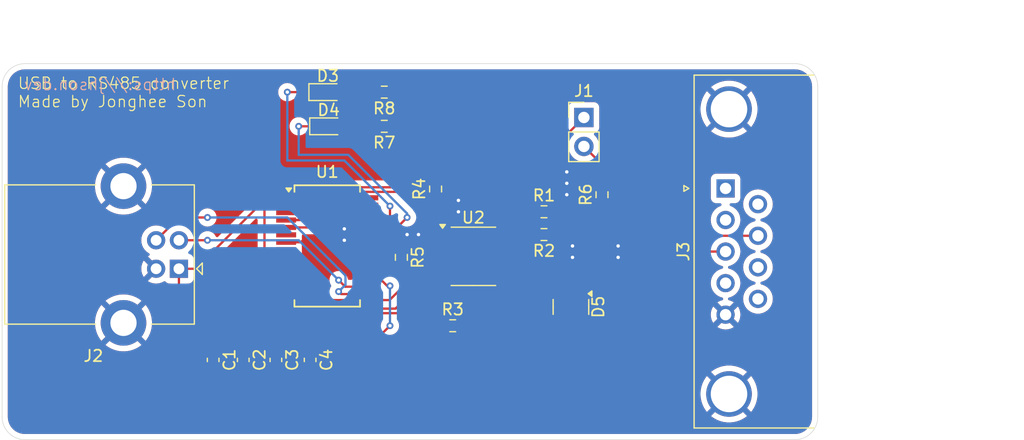
<source format=kicad_pcb>
(kicad_pcb (version 20240108) (generator "pcbnew") (generator_version "8.0")
  (title_block (title "USB to RS485 converter") (date "2024-03-13") (rev "1.0"))
  (layers (0 "F.Cu" signal) (1 "In1.Cu" signal) (2 "In2.Cu" signal) (31 "B.Cu" signal) (34 "B.Paste" user) (35 "F.Paste" user) (36 "B.SilkS" user "B.Silkscreen") (37 "F.SilkS" user "F.Silkscreen") (38 "B.Mask" user) (39 "F.Mask" user) (44 "Edge.Cuts" user))
  (net 0 "")
  (net 1 "/VCC")
  (net 2 "/GND")
  (net 3 "Net-(U1-3V3OUT)")
  (net 4 "Net-(D3-A)")
  (net 5 "{slash}TXLED")
  (net 6 "Net-(D4-A)")
  (net 7 "{slash}RXLED")
  (net 8 "Net-(J1-Pin_2)")
  (net 9 "Net-(J2-D+)")
  (net 10 "Net-(J2-D-)")
  (net 27 "Net-(D5-A2)")
  (net 28 "Net-(D5-A1)")
  (net 29 "Net-(U2-B)")
  (net 30 "Net-(U2-A)")
  (net 31 "Net-(U1-TXD)")
  (net 32 "Net-(U1-RXD)")
  (net 33 "Net-(U1-CBUS3)")
  (net 34 "Net-(U1-CBUS2)")
  (footprint "Package_TO_SOT_SMD:SOT-23" (layer "F.Cu") (at 158.55 105.4375 -90)
    (property "Reference" "D5" (at 0 -2.4 90) (layer "F.SilkS"))
    (property "Value" "SM712_SOT23")
    (fp_line (start 0 1.56) (end -0.65 1.56) (stroke (width 0.12)) (layer "F.SilkS"))
    (fp_line (start 0 1.56) (end 0.65 1.56) (stroke (width 0.12)) (layer "F.SilkS"))
    (fp_line (start 0 -1.56) (end -0.65 -1.56) (stroke (width 0.12)) (layer "F.SilkS"))
    (fp_line (start 0 -1.56) (end 0.65 -1.56) (stroke (width 0.12)) (layer "F.SilkS"))
    (fp_poly (pts (xy -1.1625 -1.51) (xy -1.4025 -1.84) (xy -0.9225 -1.84) (xy -1.1625 -1.51)) (stroke (width 0.12)) (fill solid) (layer "F.SilkS"))
    (pad "1" smd roundrect (at -0.9375 -0.95 270) (size 1.475 0.6) (layers "F.Cu" "F.Paste" "F.Mask") (net 28 "Net-(D5-A1)"))
    (pad "2" smd roundrect (at -0.9375 0.95 270) (size 1.475 0.6) (layers "F.Cu" "F.Paste" "F.Mask") (net 27 "Net-(D5-A2)"))
    (pad "3" smd roundrect (at 0.9375 0 270) (size 1.475 0.6) (layers "F.Cu" "F.Paste" "F.Mask") (net 2 "/GND"))
  )
  (footprint "Connector_USB:USB_B_Lumberg_2411_02_Horizontal" (layer "F.Cu") (at 124.1875 102.0875 180)
    (property "Reference" "J2" (at 7.5 -7.65 180) (layer "F.SilkS"))
    (property "Value" "USB_B")
    (fp_line (start 15.27 7.36) (end 15.27 -4.86) (stroke (width 0.12)) (layer "F.SilkS"))
    (fp_line (start 15.27 7.36) (end 7.3 7.36) (stroke (width 0.12)) (layer "F.SilkS"))
    (fp_line (start 15.27 -4.86) (end 7.3 -4.86) (stroke (width 0.12)) (layer "F.SilkS"))
    (fp_line (start -1.35 7.36) (end 2.4 7.36) (stroke (width 0.12)) (layer "F.SilkS"))
    (fp_line (start -1.35 7.36) (end -1.35 -4.86) (stroke (width 0.12)) (layer "F.SilkS"))
    (fp_line (start -1.35 -4.86) (end 2.4 -4.86) (stroke (width 0.12)) (layer "F.SilkS"))
    (fp_line (start -1.55 0) (end -2.05 -0.5) (stroke (width 0.12)) (layer "F.SilkS"))
    (fp_line (start -2.05 0.5) (end -1.55 0) (stroke (width 0.12)) (layer "F.SilkS"))
    (fp_line (start -2.05 -0.5) (end -2.05 0.5) (stroke (width 0.12)) (layer "F.SilkS"))
    (pad "1" thru_hole rect (at 0 0 270) (size 1.6 1.6) (drill 0.95) (layers "*.Cu" "*.Mask") (net 1 "/VCC"))
    (pad "2" thru_hole circle (at 0 2.5 270) (size 1.6 1.6) (drill 0.95) (layers "*.Cu" "*.Mask") (net 10 "Net-(J2-D-)"))
    (pad "3" thru_hole circle (at 2 2.5 270) (size 1.6 1.6) (drill 0.95) (layers "*.Cu" "*.Mask") (net 9 "Net-(J2-D+)"))
    (pad "4" thru_hole circle (at 2 0 270) (size 1.6 1.6) (drill 0.95) (layers "*.Cu" "*.Mask") (net 2 "/GND"))
    (pad "5" thru_hole circle (at 4.86 -4.75 270) (size 4 4) (drill 2.3) (layers "*.Cu" "*.Mask") (net 2 "/GND"))
    (pad "5" thru_hole circle (at 4.86 7.25 270) (size 4 4) (drill 2.3) (layers "*.Cu" "*.Mask") (net 2 "/GND"))
  )
  (footprint "Capacitor_SMD:C_0603_1608Metric_Pad1.08x0.95mm_HandSolder" (layer "F.Cu") (at 132.6875 110.0875 -90)
    (property "Reference" "C3" (at 0 -1.43 90) (layer "F.SilkS"))
    (property "Value" "4.7u")
    (fp_line (start -0.146267 0.51) (end 0.146267 0.51) (stroke (width 0.12)) (layer "F.SilkS"))
    (fp_line (start -0.146267 -0.51) (end 0.146267 -0.51) (stroke (width 0.12)) (layer "F.SilkS"))
    (pad "1" smd roundrect (at -0.8625 0 270) (size 1.075 0.95) (layers "F.Cu" "F.Paste" "F.Mask") (net 1 "/VCC"))
    (pad "2" smd roundrect (at 0.8625 0 270) (size 1.075 0.95) (layers "F.Cu" "F.Paste" "F.Mask") (net 2 "/GND"))
  )
  (footprint "Resistor_SMD:R_0603_1608Metric_Pad0.98x0.95mm_HandSolder" (layer "F.Cu") (at 146.6875 95.0875 90)
    (property "Reference" "R4" (at 0 -1.43 -90) (layer "F.SilkS"))
    (property "Value" "10k")
    (fp_line (start -0.254724 -0.5225) (end 0.254724 -0.5225) (stroke (width 0.12)) (layer "F.SilkS"))
    (fp_line (start -0.254724 0.5225) (end 0.254724 0.5225) (stroke (width 0.12)) (layer "F.SilkS"))
    (pad "1" smd roundrect (at -0.9125 0 90) (size 0.975 0.95) (layers "F.Cu" "F.Paste" "F.Mask") (net 32 "Net-(U1-RXD)"))
    (pad "2" smd roundrect (at 0.9125 0 90) (size 0.975 0.95) (layers "F.Cu" "F.Paste" "F.Mask") (net 2 "/GND"))
  )
  (footprint "Resistor_SMD:R_0603_1608Metric_Pad0.98x0.95mm_HandSolder" (layer "F.Cu") (at 143.6875 101.0875 -90)
    (property "Reference" "R5" (at 0 -1.43 90) (layer "F.SilkS"))
    (property "Value" "10k")
    (fp_line (start -0.254724 0.5225) (end 0.254724 0.5225) (stroke (width 0.12)) (layer "F.SilkS"))
    (fp_line (start -0.254724 -0.5225) (end 0.254724 -0.5225) (stroke (width 0.12)) (layer "F.SilkS"))
    (pad "1" smd roundrect (at -0.9125 0 270) (size 0.975 0.95) (layers "F.Cu" "F.Paste" "F.Mask") (net 1 "/VCC"))
    (pad "2" smd roundrect (at 0.9125 0 270) (size 0.975 0.95) (layers "F.Cu" "F.Paste" "F.Mask") (net 33 "Net-(U1-CBUS3)"))
  )
  (footprint "Capacitor_SMD:C_0603_1608Metric_Pad1.08x0.95mm_HandSolder" (layer "F.Cu") (at 127.1875 110.0875 -90)
    (property "Reference" "C1" (at 0 -1.43 90) (layer "F.SilkS"))
    (property "Value" "10n")
    (fp_line (start -0.146267 0.51) (end 0.146267 0.51) (stroke (width 0.12)) (layer "F.SilkS"))
    (fp_line (start -0.146267 -0.51) (end 0.146267 -0.51) (stroke (width 0.12)) (layer "F.SilkS"))
    (pad "1" smd roundrect (at -0.8625 0 270) (size 1.075 0.95) (layers "F.Cu" "F.Paste" "F.Mask") (net 1 "/VCC"))
    (pad "2" smd roundrect (at 0.8625 0 270) (size 1.075 0.95) (layers "F.Cu" "F.Paste" "F.Mask") (net 2 "/GND"))
  )
  (footprint "Resistor_SMD:R_0603_1608Metric_Pad0.98x0.95mm_HandSolder" (layer "F.Cu") (at 156.1875 99.0875 180)
    (property "Reference" "R2" (at 0 -1.43 180) (layer "F.SilkS"))
    (property "Value" "10")
    (fp_line (start -0.254724 0.5225) (end 0.254724 0.5225) (stroke (width 0.12)) (layer "F.SilkS"))
    (fp_line (start -0.254724 -0.5225) (end 0.254724 -0.5225) (stroke (width 0.12)) (layer "F.SilkS"))
    (pad "1" smd roundrect (at -0.9125 0 180) (size 0.975 0.95) (layers "F.Cu" "F.Paste" "F.Mask") (net 28 "Net-(D5-A1)"))
    (pad "2" smd roundrect (at 0.9125 0 180) (size 0.975 0.95) (layers "F.Cu" "F.Paste" "F.Mask") (net 30 "Net-(U2-A)"))
  )
  (footprint "Resistor_SMD:R_0603_1608Metric_Pad0.98x0.95mm_HandSolder" (layer "F.Cu") (at 148.1875 107.0875)
    (property "Reference" "R3" (at 0 -1.43 0) (layer "F.SilkS"))
    (property "Value" "10k")
    (fp_line (start -0.254724 -0.5225) (end 0.254724 -0.5225) (stroke (width 0.12)) (layer "F.SilkS"))
    (fp_line (start -0.254724 0.5225) (end 0.254724 0.5225) (stroke (width 0.12)) (layer "F.SilkS"))
    (pad "1" smd roundrect (at -0.9125 0) (size 0.975 0.95) (layers "F.Cu" "F.Paste" "F.Mask") (net 31 "Net-(U1-TXD)"))
    (pad "2" smd roundrect (at 0.9125 0) (size 0.975 0.95) (layers "F.Cu" "F.Paste" "F.Mask") (net 2 "/GND"))
  )
  (footprint "Package_SO:SOIC-8_3.9x4.9mm_P1.27mm" (layer "F.Cu") (at 150 101)
    (property "Reference" "U2" (at 0 -3.4 0) (layer "F.SilkS"))
    (property "Value" "THVD1500")
    (fp_line (start 0 -2.56) (end -1.95 -2.56) (stroke (width 0.12)) (layer "F.SilkS"))
    (fp_line (start 0 -2.56) (end 1.95 -2.56) (stroke (width 0.12)) (layer "F.SilkS"))
    (fp_line (start 0 2.56) (end -1.95 2.56) (stroke (width 0.12)) (layer "F.SilkS"))
    (fp_line (start 0 2.56) (end 1.95 2.56) (stroke (width 0.12)) (layer "F.SilkS"))
    (fp_poly (pts (xy -2.7 -2.465) (xy -2.94 -2.795) (xy -2.46 -2.795) (xy -2.7 -2.465)) (stroke (width 0.12)) (fill solid) (layer "F.SilkS"))
    (pad "1" smd roundrect (at -2.475 -1.905) (size 1.95 0.6) (layers "F.Cu" "F.Paste" "F.Mask") (net 32 "Net-(U1-RXD)"))
    (pad "2" smd roundrect (at -2.475 -0.635) (size 1.95 0.6) (layers "F.Cu" "F.Paste" "F.Mask") (net 33 "Net-(U1-CBUS3)"))
    (pad "3" smd roundrect (at -2.475 0.635) (size 1.95 0.6) (layers "F.Cu" "F.Paste" "F.Mask") (net 34 "Net-(U1-CBUS2)"))
    (pad "4" smd roundrect (at -2.475 1.905) (size 1.95 0.6) (layers "F.Cu" "F.Paste" "F.Mask") (net 31 "Net-(U1-TXD)"))
    (pad "5" smd roundrect (at 2.475 1.905) (size 1.95 0.6) (layers "F.Cu" "F.Paste" "F.Mask") (net 2 "/GND"))
    (pad "6" smd roundrect (at 2.475 0.635) (size 1.95 0.6) (layers "F.Cu" "F.Paste" "F.Mask") (net 30 "Net-(U2-A)"))
    (pad "7" smd roundrect (at 2.475 -0.635) (size 1.95 0.6) (layers "F.Cu" "F.Paste" "F.Mask") (net 29 "Net-(U2-B)"))
    (pad "8" smd roundrect (at 2.475 -1.905) (size 1.95 0.6) (layers "F.Cu" "F.Paste" "F.Mask") (net 1 "/VCC"))
  )
  (footprint "Resistor_SMD:R_0603_1608Metric_Pad0.98x0.95mm_HandSolder" (layer "F.Cu") (at 142.1875 89.5875 180)
    (property "Reference" "R7" (at 0 -1.43 180) (layer "F.SilkS"))
    (property "Value" "330")
    (fp_line (start -0.254724 0.5225) (end 0.254724 0.5225) (stroke (width 0.12)) (layer "F.SilkS"))
    (fp_line (start -0.254724 -0.5225) (end 0.254724 -0.5225) (stroke (width 0.12)) (layer "F.SilkS"))
    (pad "1" smd roundrect (at -0.9125 0 180) (size 0.975 0.95) (layers "F.Cu" "F.Paste" "F.Mask") (net 1 "/VCC"))
    (pad "2" smd roundrect (at 0.9125 0 180) (size 0.975 0.95) (layers "F.Cu" "F.Paste" "F.Mask") (net 6 "Net-(D4-A)"))
  )
  (footprint "Connector_PinHeader_2.54mm:PinHeader_1x02_P2.54mm_Vertical" (layer "F.Cu") (at 159.6875 88.8125)
    (property "Reference" "J1" (at 0 -2.33 0) (layer "F.SilkS"))
    (property "Value" "Conn_01x02_Pin")
    (fp_line (start -1.33 -1.33) (end 0 -1.33) (stroke (width 0.12)) (layer "F.SilkS"))
    (fp_line (start -1.33 0) (end -1.33 -1.33) (stroke (width 0.12)) (layer "F.SilkS"))
    (fp_line (start -1.33 1.27) (end -1.33 3.87) (stroke (width 0.12)) (layer "F.SilkS"))
    (fp_line (start -1.33 1.27) (end 1.33 1.27) (stroke (width 0.12)) (layer "F.SilkS"))
    (fp_line (start -1.33 3.87) (end 1.33 3.87) (stroke (width 0.12)) (layer "F.SilkS"))
    (fp_line (start 1.33 1.27) (end 1.33 3.87) (stroke (width 0.12)) (layer "F.SilkS"))
    (pad "1" thru_hole rect (at 0 0) (size 1.7 1.7) (drill 1) (layers "*.Cu" "*.Mask") (net 28 "Net-(D5-A1)"))
    (pad "2" thru_hole oval (at 0 2.54) (size 1.7 1.7) (drill 1) (layers "*.Cu" "*.Mask") (net 8 "Net-(J1-Pin_2)"))
  )
  (footprint "Resistor_SMD:R_0603_1608Metric_Pad0.98x0.95mm_HandSolder" (layer "F.Cu") (at 161.275 95.5875 90)
    (property "Reference" "R6" (at 0 -1.43 -90) (layer "F.SilkS"))
    (property "Value" "120")
    (fp_line (start -0.254724 -0.5225) (end 0.254724 -0.5225) (stroke (width 0.12)) (layer "F.SilkS"))
    (fp_line (start -0.254724 0.5225) (end 0.254724 0.5225) (stroke (width 0.12)) (layer "F.SilkS"))
    (pad "1" smd roundrect (at -0.9125 0 90) (size 0.975 0.95) (layers "F.Cu" "F.Paste" "F.Mask") (net 27 "Net-(D5-A2)"))
    (pad "2" smd roundrect (at 0.9125 0 90) (size 0.975 0.95) (layers "F.Cu" "F.Paste" "F.Mask") (net 8 "Net-(J1-Pin_2)"))
  )
  (footprint "LED_SMD:LED_0603_1608Metric_Pad1.05x0.95mm_HandSolder" (layer "F.Cu") (at 137.3125 89.5875)
    (property "Reference" "D4" (at 0 -1.43 0) (layer "F.SilkS"))
    (property "Value" "RED")
    (fp_line (start -1.66 -0.735) (end -1.66 0.735) (stroke (width 0.12)) (layer "F.SilkS"))
    (fp_line (start -1.66 0.735) (end 0.8 0.735) (stroke (width 0.12)) (layer "F.SilkS"))
    (fp_line (start 0.8 -0.735) (end -1.66 -0.735) (stroke (width 0.12)) (layer "F.SilkS"))
    (pad "1" smd roundrect (at -0.875 0) (size 1.05 0.95) (layers "F.Cu" "F.Paste" "F.Mask") (net 7 "{slash}RXLED"))
    (pad "2" smd roundrect (at 0.875 0) (size 1.05 0.95) (layers "F.Cu" "F.Paste" "F.Mask") (net 6 "Net-(D4-A)"))
  )
  (footprint "Resistor_SMD:R_0603_1608Metric_Pad0.98x0.95mm_HandSolder" (layer "F.Cu") (at 156.1875 97.0875)
    (property "Reference" "R1" (at 0 -1.43 0) (layer "F.SilkS"))
    (property "Value" "10")
    (fp_line (start -0.254724 -0.5225) (end 0.254724 -0.5225) (stroke (width 0.12)) (layer "F.SilkS"))
    (fp_line (start -0.254724 0.5225) (end 0.254724 0.5225) (stroke (width 0.12)) (layer "F.SilkS"))
    (pad "1" smd roundrect (at -0.9125 0) (size 0.975 0.95) (layers "F.Cu" "F.Paste" "F.Mask") (net 29 "Net-(U2-B)"))
    (pad "2" smd roundrect (at 0.9125 0) (size 0.975 0.95) (layers "F.Cu" "F.Paste" "F.Mask") (net 27 "Net-(D5-A2)"))
  )
  (footprint "Capacitor_SMD:C_0603_1608Metric_Pad1.08x0.95mm_HandSolder" (layer "F.Cu") (at 135.6875 110.0875 -90)
    (property "Reference" "C4" (at 0 -1.43 90) (layer "F.SilkS"))
    (property "Value" "100n")
    (fp_line (start -0.146267 0.51) (end 0.146267 0.51) (stroke (width 0.12)) (layer "F.SilkS"))
    (fp_line (start -0.146267 -0.51) (end 0.146267 -0.51) (stroke (width 0.12)) (layer "F.SilkS"))
    (pad "1" smd roundrect (at -0.8625 0 270) (size 1.075 0.95) (layers "F.Cu" "F.Paste" "F.Mask") (net 3 "Net-(U1-3V3OUT)"))
    (pad "2" smd roundrect (at 0.8625 0 270) (size 1.075 0.95) (layers "F.Cu" "F.Paste" "F.Mask") (net 2 "/GND"))
  )
  (footprint "Capacitor_SMD:C_0603_1608Metric_Pad1.08x0.95mm_HandSolder" (layer "F.Cu") (at 129.825 110.0875 -90)
    (property "Reference" "C2" (at 0 -1.43 90) (layer "F.SilkS"))
    (property "Value" "100n")
    (fp_line (start -0.146267 0.51) (end 0.146267 0.51) (stroke (width 0.12)) (layer "F.SilkS"))
    (fp_line (start -0.146267 -0.51) (end 0.146267 -0.51) (stroke (width 0.12)) (layer "F.SilkS"))
    (pad "1" smd roundrect (at -0.8625 0 270) (size 1.075 0.95) (layers "F.Cu" "F.Paste" "F.Mask") (net 1 "/VCC"))
    (pad "2" smd roundrect (at 0.8625 0 270) (size 1.075 0.95) (layers "F.Cu" "F.Paste" "F.Mask") (net 2 "/GND"))
  )
  (footprint "LED_SMD:LED_0603_1608Metric_Pad1.05x0.95mm_HandSolder" (layer "F.Cu") (at 137.2425 86.5875)
    (property "Reference" "D3" (at 0 -1.43 0) (layer "F.SilkS"))
    (property "Value" "GREEN")
    (fp_line (start -1.66 -0.735) (end -1.66 0.735) (stroke (width 0.12)) (layer "F.SilkS"))
    (fp_line (start -1.66 0.735) (end 0.8 0.735) (stroke (width 0.12)) (layer "F.SilkS"))
    (fp_line (start 0.8 -0.735) (end -1.66 -0.735) (stroke (width 0.12)) (layer "F.SilkS"))
    (pad "1" smd roundrect (at -0.875 0) (size 1.05 0.95) (layers "F.Cu" "F.Paste" "F.Mask") (net 5 "{slash}TXLED"))
    (pad "2" smd roundrect (at 0.875 0) (size 1.05 0.95) (layers "F.Cu" "F.Paste" "F.Mask") (net 4 "Net-(D3-A)"))
  )
  (footprint "Connector_Dsub:DSUB-9_Female_Horizontal_P2.77x2.84mm_EdgePinOffset4.94mm_Housed_MountingHolesOffset7.48mm" (layer "F.Cu") (at 172.107169 95.0375 90)
    (property "Reference" "J3" (at -5.54 -3.7 -90) (layer "F.SilkS"))
    (property "Value" "DE9_Plug_MountingHoles")
    (fp_line (start 0.25 -3.654338) (end 0 -3.221325) (stroke (width 0.12)) (layer "F.SilkS"))
    (fp_line (start -0.25 -3.654338) (end 0.25 -3.654338) (stroke (width 0.12)) (layer "F.SilkS"))
    (fp_line (start 0 -3.221325) (end -0.25 -3.654338) (stroke (width 0.12)) (layer "F.SilkS"))
    (fp_line (start 9.945 -2.76) (end 9.945 7.72) (stroke (width 0.12)) (layer "F.SilkS"))
    (fp_line (start -21.025 -2.76) (end 9.945 -2.76) (stroke (width 0.12)) (layer "F.SilkS"))
    (fp_line (start -21.025 7.72) (end -21.025 -2.76) (stroke (width 0.12)) (layer "F.SilkS"))
    (pad "0" thru_hole circle (at -18.04 0.3 90) (size 4 4) (drill 3.2) (layers "*.Cu" "*.Mask") (net 2 "/GND"))
    (pad "0" thru_hole circle (at 6.96 0.3 90) (size 4 4) (drill 3.2) (layers "*.Cu" "*.Mask") (net 2 "/GND"))
    (pad "1" thru_hole rect (at 0 0 90) (size 1.6 1.6) (drill 1) (layers "*.Cu" "*.Mask"))
    (pad "2" thru_hole circle (at -2.77 0 90) (size 1.6 1.6) (drill 1) (layers "*.Cu" "*.Mask"))
    (pad "3" thru_hole circle (at -5.54 0 90) (size 1.6 1.6) (drill 1) (layers "*.Cu" "*.Mask") (net 28 "Net-(D5-A1)"))
    (pad "4" thru_hole circle (at -8.31 0 90) (size 1.6 1.6) (drill 1) (layers "*.Cu" "*.Mask"))
    (pad "5" thru_hole circle (at -11.08 0 90) (size 1.6 1.6) (drill 1) (layers "*.Cu" "*.Mask") (net 2 "/GND"))
    (pad "6" thru_hole circle (at -1.385 2.84 90) (size 1.6 1.6) (drill 1) (layers "*.Cu" "*.Mask"))
    (pad "7" thru_hole circle (at -4.155 2.84 90) (size 1.6 1.6) (drill 1) (layers "*.Cu" "*.Mask") (net 27 "Net-(D5-A2)"))
    (pad "8" thru_hole circle (at -6.925 2.84 90) (size 1.6 1.6) (drill 1) (layers "*.Cu" "*.Mask"))
    (pad "9" thru_hole circle (at -9.695 2.84 90) (size 1.6 1.6) (drill 1) (layers "*.Cu" "*.Mask"))
  )
  (footprint "Resistor_SMD:R_0603_1608Metric_Pad0.98x0.95mm_HandSolder" (layer "F.Cu") (at 142.1875 86.5875 180)
    (property "Reference" "R8" (at 0 -1.43 180) (layer "F.SilkS"))
    (property "Value" "330")
    (fp_line (start -0.254724 0.5225) (end 0.254724 0.5225) (stroke (width 0.12)) (layer "F.SilkS"))
    (fp_line (start -0.254724 -0.5225) (end 0.254724 -0.5225) (stroke (width 0.12)) (layer "F.SilkS"))
    (pad "1" smd roundrect (at -0.9125 0 180) (size 0.975 0.95) (layers "F.Cu" "F.Paste" "F.Mask") (net 1 "/VCC"))
    (pad "2" smd roundrect (at 0.9125 0 180) (size 0.975 0.95) (layers "F.Cu" "F.Paste" "F.Mask") (net 4 "Net-(D3-A)"))
  )
  (footprint "Package_SO:SSOP-28_5.3x10.2mm_P0.65mm" (layer "F.Cu") (at 137.1875 100.0875)
    (property "Reference" "U1" (at 0 -6.5 0) (layer "F.SilkS"))
    (property "Value" "FT232RL")
    (fp_line (start -2.875 -5.325) (end -2.875 -4.75) (stroke (width 0.15)) (layer "F.SilkS"))
    (fp_line (start -2.875 -5.325) (end 2.875 -5.325) (stroke (width 0.15)) (layer "F.SilkS"))
    (fp_line (start -2.875 4.75) (end -2.875 5.325) (stroke (width 0.15)) (layer "F.SilkS"))
    (fp_line (start -2.875 5.325) (end 2.875 5.325) (stroke (width 0.15)) (layer "F.SilkS"))
    (fp_line (start 2.875 -5.325) (end 2.875 -4.75) (stroke (width 0.15)) (layer "F.SilkS"))
    (fp_line (start 2.875 4.75) (end 2.875 5.325) (stroke (width 0.15)) (layer "F.SilkS"))
    (fp_poly (pts (xy -3.375 -4.75) (xy -3.615 -5.08) (xy -3.135 -5.08) (xy -3.375 -4.75)) (stroke (width 0.12)) (fill solid) (layer "F.SilkS"))
    (pad "1" smd rect (at -3.6 -4.225) (size 1.75 0.45) (layers "F.Cu" "F.Paste" "F.Mask") (net 31 "Net-(U1-TXD)"))
    (pad "2" smd rect (at -3.6 -3.575) (size 1.75 0.45) (layers "F.Cu" "F.Paste" "F.Mask"))
    (pad "3" smd rect (at -3.6 -2.925) (size 1.75 0.45) (layers "F.Cu" "F.Paste" "F.Mask"))
    (pad "4" smd rect (at -3.6 -2.275) (size 1.75 0.45) (layers "F.Cu" "F.Paste" "F.Mask") (net 1 "/VCC"))
    (pad "5" smd rect (at -3.6 -1.625) (size 1.75 0.45) (layers "F.Cu" "F.Paste" "F.Mask") (net 32 "Net-(U1-RXD)"))
    (pad "6" smd rect (at -3.6 -0.975) (size 1.75 0.45) (layers "F.Cu" "F.Paste" "F.Mask"))
    (pad "7" smd rect (at -3.6 -0.325) (size 1.75 0.45) (layers "F.Cu" "F.Paste" "F.Mask") (net 2 "/GND"))
    (pad "8" smd rect (at -3.6 0.325) (size 1.75 0.45) (layers "F.Cu" "F.Paste" "F.Mask"))
    (pad "9" smd rect (at -3.6 0.975) (size 1.75 0.45) (layers "F.Cu" "F.Paste" "F.Mask"))
    (pad "10" smd rect (at -3.6 1.625) (size 1.75 0.45) (layers "F.Cu" "F.Paste" "F.Mask"))
    (pad "11" smd rect (at -3.6 2.275) (size 1.75 0.45) (layers "F.Cu" "F.Paste" "F.Mask"))
    (pad "12" smd rect (at -3.6 2.925) (size 1.75 0.45) (layers "F.Cu" "F.Paste" "F.Mask"))
    (pad "13" smd rect (at -3.6 3.575) (size 1.75 0.45) (layers "F.Cu" "F.Paste" "F.Mask") (net 34 "Net-(U1-CBUS2)"))
    (pad "14" smd rect (at -3.6 4.225) (size 1.75 0.45) (layers "F.Cu" "F.Paste" "F.Mask") (net 33 "Net-(U1-CBUS3)"))
    (pad "15" smd rect (at 3.6 4.225) (size 1.75 0.45) (layers "F.Cu" "F.Paste" "F.Mask") (net 9 "Net-(J2-D+)"))
    (pad "16" smd rect (at 3.6 3.575) (size 1.75 0.45) (layers "F.Cu" "F.Paste" "F.Mask") (net 10 "Net-(J2-D-)"))
    (pad "17" smd rect (at 3.6 2.925) (size 1.75 0.45) (layers "F.Cu" "F.Paste" "F.Mask") (net 3 "Net-(U1-3V3OUT)"))
    (pad "18" smd rect (at 3.6 2.275) (size 1.75 0.45) (layers "F.Cu" "F.Paste" "F.Mask") (net 2 "/GND"))
    (pad "19" smd rect (at 3.6 1.625) (size 1.75 0.45) (layers "F.Cu" "F.Paste" "F.Mask"))
    (pad "20" smd rect (at 3.6 0.975) (size 1.75 0.45) (layers "F.Cu" "F.Paste" "F.Mask") (net 1 "/VCC"))
    (pad "21" smd rect (at 3.6 0.325) (size 1.75 0.45) (layers "F.Cu" "F.Paste" "F.Mask") (net 2 "/GND"))
    (pad "22" smd rect (at 3.6 -0.325) (size 1.75 0.45) (layers "F.Cu" "F.Paste" "F.Mask") (net 7 "{slash}RXLED"))
    (pad "23" smd rect (at 3.6 -0.975) (size 1.75 0.45) (layers "F.Cu" "F.Paste" "F.Mask") (net 5 "{slash}TXLED"))
    (pad "24" smd rect (at 3.6 -1.625) (size 1.75 0.45) (layers "F.Cu" "F.Paste" "F.Mask"))
    (pad "25" smd rect (at 3.6 -2.275) (size 1.75 0.45) (layers "F.Cu" "F.Paste" "F.Mask") (net 2 "/GND"))
    (pad "26" smd rect (at 3.6 -2.925) (size 1.75 0.45) (layers "F.Cu" "F.Paste" "F.Mask") (net 2 "/GND"))
    (pad "27" smd rect (at 3.6 -3.575) (size 1.75 0.45) (layers "F.Cu" "F.Paste" "F.Mask"))
    (pad "28" smd rect (at 3.6 -4.225) (size 1.75 0.45) (layers "F.Cu" "F.Paste" "F.Mask"))
  )
  (gr_line (start 108.6875 115.0875) (end 108.6875 86.0875) (stroke (width 0.05)) (layer "Edge.Cuts"))
  (gr_line (start 178.1875 117.0875) (end 110.6875 117.0875) (stroke (width 0.05)) (layer "Edge.Cuts"))
  (gr_arc (start 108.6875 86.0875) (mid 109.273286 84.673286) (end 110.6875 84.0875) (stroke (width 0.05)) (layer "Edge.Cuts"))
  (gr_line (start 110.6875 84.0875) (end 178.1875 84.0875) (stroke (width 0.05)) (layer "Edge.Cuts"))
  (gr_arc (start 110.6875 117.0875) (mid 109.273286 116.501714) (end 108.6875 115.0875) (stroke (width 0.05)) (layer "Edge.Cuts"))
  (gr_arc (start 178.1875 84.0875) (mid 179.601714 84.673286) (end 180.1875 86.0875) (stroke (width 0.05)) (layer "Edge.Cuts"))
  (gr_line (start 180.1875 86.0875) (end 180.1875 115.0875) (stroke (width 0.05)) (layer "Edge.Cuts"))
  (gr_arc (start 180.1875 115.0875) (mid 179.601714 116.501714) (end 178.1875 117.0875) (stroke (width 0.05)) (layer "Edge.Cuts"))
  (gr_text "https://jhson.dev" (at 124 86.5 0) (layer "B.SilkS") (effects (font (size 1 1) (thickness 0.1)) (justify left bottom mirror)))
  (gr_text "USB to RS485 converter\nMade by Jonghee Son" (at 110 88 0) (layer "F.SilkS") (effects (font (size 1 1) (thickness 0.1)) (justify left bottom)))
  (segment (start 146.4675 99.8075) (end 146.1 100.175) (width 0.2) (layer "F.Cu") (net 1))
  (segment (start 140.7875 101.0625) (end 142.8 101.0625) (width 0.2) (layer "F.Cu") (net 1))
  (segment (start 132.6875 109.225) (end 129.825 109.225) (width 0.2) (layer "F.Cu") (net 1))
  (segment (start 142.8 101.0625) (end 143.6875 100.175) (width 0.2) (layer "F.Cu") (net 1))
  (segment (start 143.1875 94.9375) (end 146.195778 94.9375) (width 0.2) (layer "F.Cu") (net 1))
  (segment (start 146.4675 99.8075) (end 152.2745 99.8075) (width 0.2) (layer "F.Cu") (net 1))
  (segment (start 143.1875 94.9375) (end 137.8375 94.9375) (width 0.2) (layer "F.Cu") (net 1))
  (segment (start 148.8045 95.0875) (end 152.8995 99.1825) (width 0.2) (layer "F.Cu") (net 1))
  (segment (start 143.1 94.85) (end 143.1875 94.9375) (width 0.2) (layer "F.Cu") (net 1))
  (segment (start 143.1 86.5875) (end 143.1 89.5875) (width 0.2) (layer "F.Cu") (net 1))
  (segment (start 124.1875 105.5875) (end 124.1875 102.0875) (width 0.2) (layer "F.Cu") (net 1))
  (segment (start 127.1875 109.225) (end 129.825 109.225) (width 0.2) (layer "F.Cu") (net 1))
  (segment (start 146.1 100.175) (end 143.6875 100.175) (width 0.2) (layer "F.Cu") (net 1))
  (segment (start 146.345778 95.0875) (end 148.8045 95.0875) (width 0.2) (layer "F.Cu") (net 1))
  (segment (start 152.2745 99.8075) (end 152.8995 99.1825) (width 0.2) (layer "F.Cu") (net 1))
  (segment (start 143.1 89.5875) (end 143.1 94.85) (width 0.2) (layer "F.Cu") (net 1))
  (segment (start 125.6625 102.0875) (end 124.1875 102.0875) (width 0.2) (layer "F.Cu") (net 1))
  (segment (start 134.9625 97.8125) (end 133.5875 97.8125) (width 0.2) (layer "F.Cu") (net 1))
  (segment (start 132.4125 95.3375) (end 125.6625 102.0875) (width 0.2) (layer "F.Cu") (net 1))
  (segment (start 134.7625 95.3375) (end 132.4125 95.3375) (width 0.2) (layer "F.Cu") (net 1))
  (segment (start 134.7625 97.6875) (end 134.7625 95.3375) (width 0.2) (layer "F.Cu") (net 1))
  (segment (start 134.6375 97.8125) (end 134.7625 97.6875) (width 0.2) (layer "F.Cu") (net 1))
  (segment (start 137.8375 94.9375) (end 134.9625 97.8125) (width 0.2) (layer "F.Cu") (net 1))
  (segment (start 127.1875 108.5875) (end 124.1875 105.5875) (width 0.2) (layer "F.Cu") (net 1))
  (segment (start 127.1875 109.225) (end 127.1875 108.5875) (width 0.2) (layer "F.Cu") (net 1))
  (segment (start 133.5875 97.8125) (end 134.6375 97.8125) (width 0.2) (layer "F.Cu") (net 1))
  (segment (start 146.195778 94.9375) (end 146.345778 95.0875) (width 0.2) (layer "F.Cu") (net 1))
  (segment (start 138.6875 99.5875) (end 139.5125 100.4125) (width 0.2) (layer "F.Cu") (net 2))
  (segment (start 140.7875 97.1625) (end 140.7875 97.8125) (width 0.2) (layer "F.Cu") (net 2))
  (segment (start 138.6875 99.5875) (end 139.3 100.2) (width 0.2) (layer "F.Cu") (net 2))
  (segment (start 139.3 101.95) (end 139.7125 102.3625) (width 0.2) (layer "F.Cu") (net 2))
  (segment (start 139.7125 102.3625) (end 140.7875 102.3625) (width 0.2) (layer "F.Cu") (net 2))
  (segment (start 139.4625 97.8125) (end 138.6875 98.5875) (width 0.2) (layer "F.Cu") (net 2))
  (segment (start 140.7875 97.8125) (end 139.4625 97.8125) (width 0.2) (layer "F.Cu") (net 2))
  (segment (start 139.5125 100.4125) (end 140.7875 100.4125) (width 0.2) (layer "F.Cu") (net 2))
  (segment (start 138.6875 99.5875) (end 137.5875 99.5875) (width 0.2) (layer "F.Cu") (net 2))
  (segment (start 137.4125 99.7625) (end 133.5875 99.7625) (width 0.2) (layer "F.Cu") (net 2))
  (segment (start 137.5875 99.5875) (end 137.4125 99.7625) (width 0.2) (layer "F.Cu") (net 2))
  (segment (start 139.3 100.2) (end 139.3 101.95) (width 0.2) (layer "F.Cu") (net 2))
  (via (at 148.6875 96.0875) (size 0.6) (drill 0.3) (layers "F.Cu" "B.Cu") (net 2))
  (via (at 162.6875 100.0875) (size 0.6) (drill 0.3) (layers "F.Cu" "B.Cu") (net 2))
  (via (at 158.1875 93.5875) (size 0.6) (drill 0.3) (layers "F.Cu" "B.Cu") (net 2))
  (via (at 138.6875 98.5875) (size 0.6) (drill 0.3) (layers "F.Cu" "B.Cu") (net 2))
  (via (at 158.1875 95.5875) (size 0.6) (drill 0.3) (layers "F.Cu" "B.Cu") (net 2))
  (via (at 144.1875 99.0875) (size 0.6) (drill 0.3) (layers "F.Cu" "B.Cu") (net 2))
  (via (at 138.6875 99.5875) (size 0.6) (drill 0.3) (layers "F.Cu" "B.Cu") (net 2))
  (via (at 158.6875 100.0875) (size 0.6) (drill 0.3) (layers "F.Cu" "B.Cu") (net 2))
  (via (at 145.1875 99.0875) (size 0.6) (drill 0.3) (layers "F.Cu" "B.Cu") (net 2))
  (via (at 158.1875 94.5875) (size 0.6) (drill 0.3) (layers "F.Cu" "B.Cu") (net 2))
  (via (at 158.6875 101.0875) (size 0.6) (drill 0.3) (layers "F.Cu" "B.Cu") (net 2))
  (via (at 162.6875 101.0875) (size 0.6) (drill 0.3) (layers "F.Cu" "B.Cu") (net 2))
  (via (at 148.6875 97.0875) (size 0.6) (drill 0.3) (layers "F.Cu" "B.Cu") (net 2))
  (segment (start 142.6875 107.0875) (end 140.55 109.225) (width 0.2) (layer "F.Cu") (net 3))
  (segment (start 140.55 109.225) (end 135.6875 109.225) (width 0.2) (layer "F.Cu") (net 3))
  (segment (start 140.7875 103.0125) (end 141.8625 103.0125) (width 0.2) (layer "F.Cu") (net 3))
  (segment (start 142.4375 103.5875) (end 142.6875 103.5875) (width 0.2) (layer "F.Cu") (net 3))
  (segment (start 141.8625 103.0125) (end 142.4375 103.5875) (width 0.2) (layer "F.Cu") (net 3))
  (via (at 142.6875 103.5875) (size 0.6) (drill 0.3) (layers "F.Cu" "B.Cu") (net 3))
  (via (at 142.6875 107.0875) (size 0.6) (drill 0.3) (layers "F.Cu" "B.Cu") (net 3))
  (segment (start 142.6875 103.5875) (end 142.6875 107.0875) (width 0.2) (layer "B.Cu") (net 3))
  (segment (start 141.275 86.5875) (end 138.1175 86.5875) (width 0.2) (layer "F.Cu") (net 4))
  (segment (start 141.8625 99.1125) (end 142.6875 98.2875) (width 0.2) (layer "F.Cu") (net 5))
  (segment (start 136.3675 86.5875) (end 133.6875 86.5875) (width 0.2) (layer "F.Cu") (net 5))
  (segment (start 142.6875 98.2875) (end 142.6875 96.5875) (width 0.2) (layer "F.Cu") (net 5))
  (segment (start 140.7875 99.1125) (end 141.8625 99.1125) (width 0.2) (layer "F.Cu") (net 5))
  (via (at 142.6875 96.5875) (size 0.6) (drill 0.3) (layers "F.Cu" "B.Cu") (net 5))
  (via (at 133.6875 86.5875) (size 0.6) (drill 0.3) (layers "F.Cu" "B.Cu") (net 5))
  (segment (start 133.6875 92.5875) (end 133.6875 86.5875) (width 0.2) (layer "B.Cu") (net 5))
  (segment (start 138.6875 92.5875) (end 133.6875 92.5875) (width 0.2) (layer "B.Cu") (net 5))
  (segment (start 142.6875 96.5875) (end 138.6875 92.5875) (width 0.2) (layer "B.Cu") (net 5))
  (segment (start 138.1875 89.5875) (end 141.275 89.5875) (width 0.2) (layer "F.Cu") (net 6))
  (segment (start 140.7875 99.7625) (end 142.0125 99.7625) (width 0.2) (layer "F.Cu") (net 7))
  (segment (start 142.0125 99.7625) (end 144.1875 97.5875) (width 0.2) (layer "F.Cu") (net 7))
  (segment (start 134.6875 89.5875) (end 136.4375 89.5875) (width 0.2) (layer "F.Cu") (net 7))
  (via (at 144.1875 97.5875) (size 0.6) (drill 0.3) (layers "F.Cu" "B.Cu") (net 7))
  (via (at 134.6875 89.5875) (size 0.6) (drill 0.3) (layers "F.Cu" "B.Cu") (net 7))
  (segment (start 134.6875 92.0875) (end 134.6875 91.5875) (width 0.2) (layer "B.Cu") (net 7))
  (segment (start 139.036029 92.0875) (end 134.6875 92.0875) (width 0.2) (layer "B.Cu") (net 7))
  (segment (start 144.1875 97.5875) (end 144.1875 97.238971) (width 0.2) (layer "B.Cu") (net 7))
  (segment (start 144.1875 97.238971) (end 139.036029 92.0875) (width 0.2) (layer "B.Cu") (net 7))
  (segment (start 134.6875 91.5875) (end 134.6875 89.5875) (width 0.2) (layer "B.Cu") (net 7))
  (segment (start 161.275 92.94) (end 161.275 94.675) (width 0.2) (layer "F.Cu") (net 8))
  (segment (start 159.6875 91.3525) (end 161.275 92.94) (width 0.2) (layer "F.Cu") (net 8))
  (segment (start 122.1875 99.5875) (end 124.1875 97.5875) (width 0.2) (layer "F.Cu") (net 9))
  (segment (start 138.4125 104.3125) (end 138.1875 104.0875) (width 0.2) (layer "F.Cu") (net 9))
  (segment (start 140.7875 104.3125) (end 138.4125 104.3125) (width 0.2) (layer "F.Cu") (net 9))
  (segment (start 124.1875 97.5875) (end 126.6875 97.5875) (width 0.2) (layer "F.Cu") (net 9))
  (via (at 126.6875 97.5875) (size 0.6) (drill 0.3) (layers "F.Cu" "B.Cu") (net 9))
  (via (at 138.1875 104.0875) (size 0.6) (drill 0.3) (layers "F.Cu" "B.Cu") (net 9))
  (segment (start 138.1875 104.0875) (end 138.7875 103.4875) (width 0.2) (layer "B.Cu") (net 9))
  (segment (start 138.7875 103.4875) (end 138.7875 102.6875) (width 0.2) (layer "B.Cu") (net 9))
  (segment (start 138.7875 102.6875) (end 133.6875 97.5875) (width 0.2) (layer "B.Cu") (net 9))
  (segment (start 133.6875 97.5875) (end 126.6875 97.5875) (width 0.2) (layer "B.Cu") (net 9))
  (segment (start 140.7875 103.6625) (end 138.7625 103.6625) (width 0.2) (layer "F.Cu") (net 10))
  (segment (start 124.1875 99.5875) (end 126.6875 99.5875) (width 0.2) (layer "F.Cu") (net 10))
  (segment (start 138.7625 103.6625) (end 138.1875 103.0875) (width 0.2) (layer "F.Cu") (net 10))
  (via (at 138.1875 103.0875) (size 0.6) (drill 0.3) (layers "F.Cu" "B.Cu") (net 10))
  (via (at 126.6875 99.5875) (size 0.6) (drill 0.3) (layers "F.Cu" "B.Cu") (net 10))
  (segment (start 138.1875 103.0875) (end 134.6875 99.5875) (width 0.2) (layer "B.Cu") (net 10))
  (segment (start 134.6875 99.5875) (end 126.6875 99.5875) (width 0.2) (layer "B.Cu") (net 10))
  (segment (start 157.6 103.475) (end 157.6 104.5) (width 0.2) (layer "F.Cu") (net 27))
  (segment (start 161.7775 99.0875) (end 161.8825 99.1925) (width 0.2) (layer "F.Cu") (net 27))
  (segment (start 161.275 96.5) (end 161.275 98.585) (width 0.2) (layer "F.Cu") (net 27))
  (segment (start 159.0875 99.075) (end 161.765 99.075) (width 0.2) (layer "F.Cu") (net 27))
  (segment (start 157.1 97.0875) (end 159.0875 99.075) (width 0.2) (layer "F.Cu") (net 27))
  (segment (start 161.8825 99.1925) (end 174.947169 99.1925) (width 0.2) (layer "F.Cu") (net 27))
  (segment (start 161.765 99.075) (end 161.7775 99.0875) (width 0.2) (layer "F.Cu") (net 27))
  (segment (start 161.8825 99.1925) (end 157.6 103.475) (width 0.2) (layer "F.Cu") (net 27))
  (segment (start 161.275 98.585) (end 161.7775 99.0875) (width 0.2) (layer "F.Cu") (net 27))
  (segment (start 156.3125 99.875) (end 157.1 99.0875) (width 0.2) (layer "F.Cu") (net 28))
  (segment (start 156.5375 105.5375) (end 156.3125 105.3125) (width 0.2) (layer "F.Cu") (net 28))
  (segment (start 159.5 104.5) (end 160.5375 104.5) (width 0.2) (layer "F.Cu") (net 28))
  (segment (start 158.009448 105.5375) (end 156.5375 105.5375) (width 0.2) (layer "F.Cu") (net 28))
  (segment (start 164.46 100.5775) (end 172.107169 100.5775) (width 0.2) (layer "F.Cu") (net 28))
  (segment (start 159.5 104.5) (end 159.046948 104.5) (width 0.2) (layer "F.Cu") (net 28))
  (segment (start 156.3125 105.3125) (end 156.3125 99.875) (width 0.2) (layer "F.Cu") (net 28))
  (segment (start 160.5375 104.5) (end 164.46 100.5775) (width 0.2) (layer "F.Cu") (net 28))
  (segment (start 156.3125 98.3) (end 156.3125 92.1875) (width 0.2) (layer "F.Cu") (net 28))
  (segment (start 157.1 99.0875) (end 156.3125 98.3) (width 0.2) (layer "F.Cu") (net 28))
  (segment (start 156.3125 92.1875) (end 159.6875 88.8125) (width 0.2) (layer "F.Cu") (net 28))
  (segment (start 159.046948 104.5) (end 158.009448 105.5375) (width 0.2) (layer "F.Cu") (net 28))
  (segment (start 153.337 100.4525) (end 152.8995 100.4525) (width 0.2) (layer "F.Cu") (net 29))
  (segment (start 153.962 98.4005) (end 153.962 99.8275) (width 0.2) (layer "F.Cu") (net 29))
  (segment (start 155.275 97.0875) (end 153.962 98.4005) (width 0.2) (layer "F.Cu") (net 29))
  (segment (start 153.962 99.8275) (end 153.337 100.4525) (width 0.2) (layer "F.Cu") (net 29))
  (segment (start 152.8995 101.7225) (end 153.337 101.7225) (width 0.2) (layer "F.Cu") (net 30))
  (segment (start 155.275 99.7845) (end 155.275 99.0875) (width 0.2) (layer "F.Cu") (net 30))
  (segment (start 153.337 101.7225) (end 155.275 99.7845) (width 0.2) (layer "F.Cu") (net 30))
  (segment (start 132.996814 105.9875) (end 131.6875 104.678186) (width 0.2) (layer "F.Cu") (net 31))
  (segment (start 144.4805 105.9875) (end 132.996814 105.9875) (width 0.2) (layer "F.Cu") (net 31))
  (segment (start 131.6875 104.678186) (end 131.6875 96.6875) (width 0.2) (layer "F.Cu") (net 31))
  (segment (start 131.6875 96.6875) (end 132.5125 95.8625) (width 0.2) (layer "F.Cu") (net 31))
  (segment (start 145.6875 107.0875) (end 144.534 105.934) (width 0.2) (layer "F.Cu") (net 31))
  (segment (start 132.5125 95.8625) (end 133.5875 95.8625) (width 0.2) (layer "F.Cu") (net 31))
  (segment (start 147.4755 102.9925) (end 144.534 105.934) (width 0.2) (layer "F.Cu") (net 31))
  (segment (start 147.275 107.0875) (end 145.6875 107.0875) (width 0.2) (layer "F.Cu") (net 31))
  (segment (start 144.534 105.934) (end 144.4805 105.9875) (width 0.2) (layer "F.Cu") (net 31))
  (segment (start 146.6875 98.3945) (end 147.4755 99.1825) (width 0.2) (layer "F.Cu") (net 32))
  (segment (start 139.6125 95.3375) (end 143.6305 95.3375) (width 0.2) (layer "F.Cu") (net 32))
  (segment (start 136.4875 98.4625) (end 139.6125 95.3375) (width 0.2) (layer "F.Cu") (net 32))
  (segment (start 143.6305 95.3375) (end 147.4755 99.1825) (width 0.2) (layer "F.Cu") (net 32))
  (segment (start 146.6875 96) (end 146.6875 98.3945) (width 0.2) (layer "F.Cu") (net 32))
  (segment (start 133.5875 98.4625) (end 136.4875 98.4625) (width 0.2) (layer "F.Cu") (net 32))
  (segment (start 147.038 100.4525) (end 146.29525 101.19525) (width 0.2) (layer "F.Cu") (net 33))
  (segment (start 146.1875 101.0875) (end 146.29525 101.19525) (width 0.2) (layer "F.Cu") (net 33))
  (segment (start 144.6 101.0875) (end 146.1875 101.0875) (width 0.2) (layer "F.Cu") (net 33))
  (segment (start 142.653 104.8375) (end 134.1125 104.8375) (width 0.2) (layer "F.Cu") (net 33))
  (segment (start 147.4755 100.4525) (end 147.038 100.4525) (width 0.2) (layer "F.Cu") (net 33))
  (segment (start 134.1125 104.8375) (end 133.5875 104.3125) (width 0.2) (layer "F.Cu") (net 33))
  (segment (start 146.29525 101.19525) (end 142.653 104.8375) (width 0.2) (layer "F.Cu") (net 33))
  (segment (start 143.6875 102) (end 144.6 101.0875) (width 0.2) (layer "F.Cu") (net 33))
  (segment (start 133.1625 105.5875) (end 132.1875 104.6125) (width 0.2) (layer "F.Cu") (net 34))
  (segment (start 132.6125 103.6625) (end 133.5875 103.6625) (width 0.2) (layer "F.Cu") (net 34))
  (segment (start 147.038 101.7225) (end 143.173 105.5875) (width 0.2) (layer "F.Cu") (net 34))
  (segment (start 147.4755 101.7225) (end 147.038 101.7225) (width 0.2) (layer "F.Cu") (net 34))
  (segment (start 143.173 105.5875) (end 133.1625 105.5875) (width 0.2) (layer "F.Cu") (net 34))
  (segment (start 132.1875 104.6125) (end 132.1875 104.0875) (width 0.2) (layer "F.Cu") (net 34))
  (segment (start 132.1875 104.0875) (end 132.6125 103.6625) (width 0.2) (layer "F.Cu") (net 34))
  (zone (net 2) (net_name "/GND") (layer "F.Cu") (connect_pads (clearance 0.5)) (min_thickness 0.25) (fill yes (thermal_gap 0.5) (thermal_bridge_width 0.5))
    (polygon (pts (xy 180.1875 84.0875) (xy 108.6875 84.0875) (xy 108.6875 117.0875) (xy 180.1875 117.0875)))
  )
  (zone (net 2) (net_name "/GND") (layer "B.Cu") (priority 1) (connect_pads (clearance 0.5)) (min_thickness 0.25) (fill yes (thermal_gap 0.5) (thermal_bridge_width 0.5))
    (polygon (pts (xy 180.1875 84.0875) (xy 108.6875 84.0875) (xy 108.6875 117.0875) (xy 180.1875 117.0875)))
  )
)
</source>
